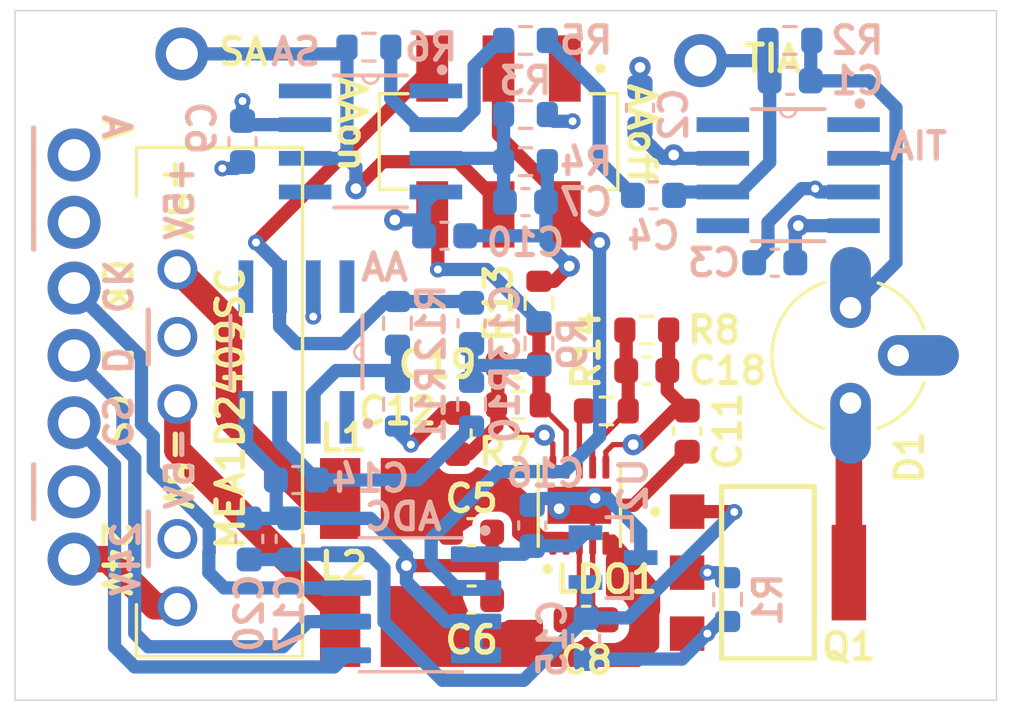
<source format=kicad_pcb>
(kicad_pcb (version 20221018) (generator pcbnew)
  (layers (0 "F.Cu" signal) (1 "In1.Cu" signal) (2 "In2.Cu" signal) (31 "B.Cu" signal) (34 "B.Paste" user) (35 "F.Paste" user) (36 "B.SilkS" user "B.Silkscreen") (37 "F.SilkS" user "F.Silkscreen") (38 "B.Mask" user) (39 "F.Mask" user) (44 "Edge.Cuts" user))
  (net 0 "")
  (net 1 "/pd_out")
  (net 2 "/amp_in")
  (net 3 "/tia_out")
  (net 4 "/amp_ninv")
  (net 5 "GND")
  (net 6 "+5V")
  (net 7 "-5V")
  (net 8 "/+VIN")
  (net 9 "/amp_out")
  (net 10 "/dcdc_pos")
  (net 11 "/dcdc_neg")
  (net 12 "/amp_inv")
  (net 13 "/aa_out")
  (net 14 "Net-(C13-Pad2)")
  (net 15 "/adc_ref")
  (net 16 "/ld_i")
  (net 17 "Net-(Q1-Rext)")
  (net 18 "/aa_in")
  (net 19 "/aa_neg")
  (net 21 "/adc_in")
  (net 22 "/ADC_CS")
  (net 23 "/ADC_MISO")
  (net 24 "/ADC_SCK")
  (net 25 "/aa_pos")
  (net 26 "+9V")
  (net 27 "-9V")
  (net 28 "Net-(LDO1-NR{slash}SS)")
  (net 29 "/ldo_fbn")
  (net 30 "/ldo_fbp")
  (net 31 "Net-(LDO1-BUF)")
  (footprint "Resistor_SMD:R_0603_1608Metric" (layer "F.Cu") (at 150.609 99.085)
    (fp_text reference "R7")
    (fp_text value "32k4" hide)
  )
  (footprint "LaserSlip:HOLE" (layer "F.Cu") (at 133.858 104.902)
    (fp_text reference "J1" hide)
    (fp_text value "Conn_01x01_Socket" hide)
  )
  (footprint "LaserSlip:MEA1D2409SC" (layer "F.Cu") (at 137.752 96.52 90)
    (fp_text reference "U3" hide)
    (fp_text value "MEA1D2409SC" hide)
  )
  (footprint "LaserSlip:HOLE" (layer "F.Cu") (at 133.858 92.202)
    (fp_text reference "J5" hide)
    (fp_text value "Conn_01x01_Socket" hide)
  )
  (footprint "LaserSlip:HOLE" (layer "F.Cu") (at 133.858 102.362)
    (fp_text reference "J2" hide)
    (fp_text value "Conn_01x01_Socket" hide)
  )
  (footprint "IRTouch:HOLE_M2" (layer "F.Cu") (at 166.632 86.22)
    (fp_text reference "REF**" hide)
    (fp_text value "HOLE_M2" hide)
  )
  (footprint "LaserSlip:HOLE" (layer "F.Cu") (at 133.858 94.68)
    (fp_text reference "J6" hide)
    (fp_text value "Conn_01x01_Socket" hide)
  )
  (footprint "LaserSlip:HOLE" (layer "F.Cu") (at 133.858 99.76)
    (fp_text reference "J8" hide)
    (fp_text value "Conn_01x01_Socket" hide)
  )
  (footprint "IRTouch:HOLE_M2" (layer "F.Cu") (at 133.632 108.22)
    (fp_text reference "REF**" hide)
    (fp_text value "HOLE_M2" hide)
  )
  (footprint "LaserSlip:HOLE" (layer "F.Cu") (at 133.858 89.662)
    (fp_text reference "J9" hide)
    (fp_text value "Conn_01x01_Socket" hide)
  )
  (footprint "LaserSlip:TRANS_BCP56-16TX" (layer "F.Cu") (at 160.02 105.41)
    (fp_text reference "Q1")
    (fp_text value "~" hide)
  )
  (footprint "LaserSlip:HOLE" (layer "F.Cu") (at 137.922 85.852)
    (fp_text reference "J4" hide)
    (fp_text value "Conn_01x01_Socket" hide)
  )
  (footprint "Resistor_SMD:R_0603_1608Metric" (layer "F.Cu") (at 153.924 99.314 180)
    (fp_text reference "R14")
    (fp_text value "10k" hide)
  )
  (footprint "LaserSlip:SW_JS202011SCQN" (layer "F.Cu") (at 149.86 89.154 180)
    (fp_text reference "S1" hide)
    (fp_text value "JS202011SCQN" hide)
  )
  (footprint "LaserSlip:8200" (layer "F.Cu") (at 145.034 102.616)
    (fp_text reference "L1")
    (fp_text value "82223C - 22uH" hide)
  )
  (footprint "Capacitor_SMD:C_0603_1608Metric" (layer "F.Cu") (at 148.844 103.886)
    (fp_text reference "C5")
    (fp_text value "2u2" hide)
  )
  (footprint "LaserSlip:SON50P300X300X80-11N" (layer "F.Cu") (at 152.908 102.87 90)
    (fp_text reference "LDO1")
    (fp_text value "TPS7A3901DSCR" hide)
  )
  (footprint "IRTouch:HOLE_M2" (layer "F.Cu") (at 133.632 86.22)
    (fp_text reference "REF**" hide)
    (fp_text value "HOLE_M2" hide)
  )
  (footprint "Resistor_SMD:R_0603_1608Metric" (layer "F.Cu") (at 151.384 95.25 -90)
    (fp_text reference "R13")
    (fp_text value "10k" hide)
  )
  (footprint "LaserSlip:TO18L" (layer "F.Cu") (at 163.132 97.22 -90)
    (fp_text reference "D1")
    (fp_text value "ADL-65075TL" hide)
  )
  (footprint "Capacitor_SMD:C_0603_1608Metric" (layer "F.Cu") (at 148.844 106.426 180)
    (fp_text reference "C6")
    (fp_text value "2u2" hide)
  )
  (footprint "Capacitor_SMD:C_0603_1608Metric" (layer "F.Cu") (at 153.162 107.188)
    (fp_text reference "C8")
    (fp_text value "100n" hide)
  )
  (footprint "Capacitor_SMD:C_0603_1608Metric" (layer "F.Cu") (at 150.609 97.561)
    (fp_text reference "C19")
    (fp_text value "100n" hide)
  )
  (footprint "IRTouch:HOLE_M2" (layer "F.Cu") (at 166.632 108.22)
    (fp_text reference "REF**" hide)
    (fp_text value "HOLE_M2" hide)
  )
  (footprint "Capacitor_SMD:C_0603_1608Metric" (layer "F.Cu") (at 156.972 100.076 -90)
    (fp_text reference "C11")
    (fp_text value "10u" hide)
  )
  (footprint "Resistor_SMD:R_0603_1608Metric" (layer "F.Cu") (at 155.448 96.266 180)
    (fp_text reference "R8")
    (fp_text value "42k2" hide)
  )
  (footprint "LaserSlip:HOLE" (layer "F.Cu") (at 133.858 97.22)
    (fp_text reference "J7" hide)
    (fp_text value "Conn_01x01_Socket" hide)
  )
  (footprint "Capacitor_SMD:C_0603_1608Metric" (layer "F.Cu") (at 148.32 100.165 -90)
    (fp_text reference "C12")
    (fp_text value "10u" hide)
  )
  (footprint "LaserSlip:8200" (layer "F.Cu") (at 145.034 107.442)
    (fp_text reference "L2")
    (fp_text value "82223C - 22uH" hide)
  )
  (footprint "Capacitor_SMD:C_0603_1608Metric" (layer "F.Cu") (at 155.448 97.79)
    (fp_text reference "C18")
    (fp_text value "100n" hide)
  )
  (footprint "LaserSlip:HOLE" (layer "F.Cu") (at 157.48 86.106 90)
    (fp_text reference "J3" hide)
    (fp_text value "Conn_01x01_Socket" hide)
  )
  (footprint "Capacitor_SMD:C_0603_1608Metric" (layer "B.Cu") (at 155.194 87.884 90)
    (fp_text reference "C2")
    (fp_text value "100n" hide)
  )
  (footprint "Resistor_SMD:R_0603_1608Metric" (layer "B.Cu") (at 150.876 85.344 180)
    (fp_text reference "R5")
    (fp_text value "500" hide)
  )
  (footprint "Resistor_SMD:R_0603_1608Metric" (layer "B.Cu") (at 150.876 89.916)
    (fp_text reference "R4")
    (fp_text value "135" hide)
  )
  (footprint "Capacitor_SMD:C_0603_1608Metric" (layer "B.Cu") (at 148.844 96.012 -90)
    (fp_text reference "C13")
    (fp_text value "100n" hide)
  )
  (footprint "Capacitor_SMD:C_0603_1608Metric" (layer "B.Cu") (at 141.986 104.14 90)
    (fp_text reference "C17")
    (fp_text value "10u" hide)
  )
  (footprint "Capacitor_SMD:C_0603_1608Metric" (layer "B.Cu") (at 140.462 104.14 90)
    (fp_text reference "C20")
    (fp_text value "1u" hide)
  )
  (footprint "Resistor_SMD:R_0603_1608Metric" (layer "B.Cu") (at 144.971 85.598 180)
    (fp_text reference "R6")
    (fp_text value "15k" hide)
  )
  (footprint "Capacitor_SMD:C_0603_1608Metric" (layer "B.Cu") (at 160.858 86.868 180)
    (fp_text reference "C1")
    (fp_text value "5p" hide)
  )
  (footprint "Resistor_SMD:R_0603_1608Metric" (layer "B.Cu") (at 160.845 85.344 180)
    (fp_text reference "R2")
    (fp_text value "39k" hide)
  )
  (footprint "LaserSlip:ada4000-SOIC127P600X175-8N" (layer "B.Cu") (at 145.034 89.154 180)
    (fp_text reference "SA1" hide)
    (fp_text value "ADA4000-1" hide)
  )
  (footprint "Resistor_SMD:R_0603_1608Metric" (layer "B.Cu") (at 150.876 88.138 180)
    (fp_text reference "R3")
    (fp_text value "10k" hide)
  )
  (footprint "Capacitor_SMD:C_0603_1608Metric" (layer "B.Cu") (at 155.702 91.186 180)
    (fp_text reference "C4")
    (fp_text value "10u" hide)
  )
  (footprint "Capacitor_SMD:C_0603_1608Metric" (layer "B.Cu") (at 160.274 93.726 180)
    (fp_text reference "C3")
    (fp_text value "100n" hide)
  )
  (footprint "LaserSlip:SOIC127P600X175-8N" (layer "B.Cu") (at 146.558 106.622115 180)
    (fp_text reference "ADC1" hide)
    (fp_text value "MCP3201-BI/SN" hide)
  )
  (footprint "Resistor_SMD:R_0603_1608Metric" (layer "B.Cu") (at 146.05 96.012 90)
    (fp_text reference "R12")
    (fp_text value "56" hide)
  )
  (footprint "Capacitor_SMD:C_0603_1608Metric" (layer "B.Cu") (at 150.876 91.44)
    (fp_text reference "C7")
    (fp_text value "100n" hide)
  )
  (footprint "Capacitor_SMD:C_0603_1608Metric" (layer "B.Cu") (at 140.208 89.154 -90)
    (fp_text reference "C9")
    (fp_text value "100n" hide)
  )
  (footprint "LaserSlip:ada4000-SOIC127P600X175-8N" (layer "B.Cu") (at 142.24 97.091 90)
    (fp_text reference "AA1" hide)
    (fp_text value "ADA4000-1" hide)
  )
  (footprint "Resistor_SMD:R_0603_1608Metric" (layer "B.Cu") (at 151.384 96.774 -90)
    (fp_text reference "R9")
    (fp_text value "56" hide)
  )
  (footprint "Resistor_SMD:R_0603_1608Metric" (layer "B.Cu") (at 146.05 99.06 90)
    (fp_text reference "R11")
    (fp_text value "56" hide)
  )
  (footprint "Capacitor_SMD:C_0603_1608Metric" (layer "B.Cu") (at 151.13 103.632 90)
    (fp_text reference "C16")
    (fp_text value "10u" hide)
  )
  (footprint "LaserSlip:ada4000-SOIC127P600X175-8N" (layer "B.Cu") (at 160.782 90.424 180)
    (fp_text reference "TIA1" hide)
    (fp_text value "ADA4000-1" hide)
  )
  (footprint "Resistor_SMD:R_0603_1608Metric" (layer "B.Cu") (at 158.496 106.426 90)
    (fp_text reference "R1")
    (fp_text value "500" hide)
  )
  (footprint "LaserSlip:SOT96P237X112-3N" (layer "B.Cu") (at 154.178 104.844115 90)
    (fp_text reference "U2")
    (fp_text value "MCP1541T-I_TT" hide)
  )
  (footprint "Resistor_SMD:R_0603_1608Metric" (layer "B.Cu") (at 148.844 99.06 -90)
    (fp_text reference "R10")
    (fp_text value "56" hide)
  )
  (footprint "Capacitor_SMD:C_0603_1608Metric" (layer "B.Cu") (at 142.24 101.917 180)
    (fp_text reference "C14")
    (fp_text value "100n" hide)
  )
  (footprint "Capacitor_SMD:C_0603_1608Metric" (layer "B.Cu") (at 153.162 107.892115 -90)
    (fp_text reference "C15")
    (fp_text value "100nF" hide)
  )
  (footprint "Capacitor_SMD:C_0603_1608Metric" (layer "B.Cu") (at 147.828 92.71)
    (fp_text reference "C10")
    (fp_text value "100n" hide)
  )
  (gr_line (start 136.652 97.536) (end 136.652 95.504) (stroke (width 0.2)) (layer "B.SilkS"))
  (gr_line (start 132.334 103.378) (end 132.334 101.346) (stroke (width 0.2)) (layer "B.SilkS"))
  (gr_line (start 136.652 105.156) (end 136.652 103.124) (stroke (width 0.2)) (layer "B.SilkS"))
  (gr_line (start 132.334 93.218) (end 132.334 88.646) (stroke (width 0.2)) (layer "B.SilkS"))
  (gr_line (start 132.334 101.346) (end 132.334 103.378) (stroke (width 0.2)) (layer "F.SilkS"))
  (gr_line (start 136.652 103.124) (end 136.652 105.156) (stroke (width 0.2)) (layer "F.SilkS"))
  (gr_line (start 136.652 95.504) (end 136.652 97.536) (stroke (width 0.2)) (layer "F.SilkS"))
  (gr_line (start 132.334 88.646) (end 132.334 93.218) (stroke (width 0.2)) (layer "F.SilkS"))
  (gr_line (start 168.632 110.22) (end 168.632 84.22) (stroke (width 0.05)) (layer "Edge.Cuts"))
  (gr_line (start 168.632 84.22) (end 131.632 84.22) (stroke (width 0.05)) (layer "Edge.Cuts"))
  (gr_line (start 131.632 110.22) (end 168.632 110.22) (stroke (width 0.05)) (layer "Edge.Cuts"))
  (gr_line (start 131.632 84.22) (end 131.632 110.22) (stroke (width 0.05)) (layer "Edge.Cuts"))
  (gr_text "AA" (at 146.558 94.488) (layer "B.SilkS") (effects (font (size 1 1) (thickness 0.2) bold) (justify left bottom mirror)))
  (gr_text "ADC" (at 147.828 103.886) (layer "B.SilkS") (effects (font (size 1 1) (thickness 0.2) bold) (justify left bottom mirror)))
  (gr_text "SA" (at 143.256 86.36) (layer "B.SilkS") (effects (font (size 1 1) (thickness 0.2) bold) (justify left bottom mirror)))
  (gr_text "A" (at 134.874 89.154 -90) (layer "B.SilkS") (effects (font (size 1 1) (thickness 0.2) bold) (justify left bottom mirror)))
  (gr_text "+5V" (at 138.43 89.662 -270) (layer "B.SilkS") (effects (font (size 1 1) (thickness 0.2) bold) (justify left bottom mirror)))
  (gr_text "24V" (at 136.398 103.378 90) (layer "B.SilkS") (effects (font (size 1 1) (thickness 0.2) bold) (justify left bottom mirror)))
  (gr_text "D" (at 134.874 98.044 -90) (layer "B.SilkS") (effects (font (size 1 1) (thickness 0.2) bold) (justify left bottom mirror)))
  (gr_text "-5V" (at 138.43 99.822 -270) (layer "B.SilkS") (effects (font (size 1 1) (thickness 0.2) bold) (justify left bottom mirror)))
  (gr_text "CK" (at 134.874 95.758 -90) (layer "B.SilkS") (effects (font (size 1 1) (thickness 0.2) bold) (justify left bottom mirror)))
  (gr_text "TIA" (at 166.878 89.916) (layer "B.SilkS") (effects (font (size 1 1) (thickness 0.2) bold) (justify left bottom mirror)))
  (gr_text "CS" (at 134.874 100.838 -90) (layer "B.SilkS") (effects (font (size 1 1) (thickness 0.2) bold) (justify left bottom mirror)))
  (gr_text "AAoff" (at 154.686 86.868 270) (layer "F.SilkS") (effects (font (size 1 1) (thickness 0.2) bold) (justify left bottom)))
  (gr_text "SA" (at 139.192 86.36) (layer "F.SilkS") (effects (font (size 1 1) (thickness 0.2) bold) (justify left bottom)))
  (gr_text "CS" (at 134.874 98.552 270) (layer "F.SilkS") (effects (font (size 1 1) (thickness 0.2) bold) (justify left bottom)))
  (gr_text "+5V" (at 137.16 89.662 270) (layer "F.SilkS") (effects (font (size 1 1) (thickness 0.2) bold) (justify left bottom)))
  (gr_text "CK" (at 134.874 93.472 270) (layer "F.SilkS") (effects (font (size 1 1) (thickness 0.2) bold) (justify left bottom)))
  (gr_text "D" (at 134.874 96.774 270) (layer "F.SilkS") (effects (font (size 1 1) (thickness 0.2) bold) (justify left bottom)))
  (gr_text "TIA" (at 159.004 86.614) (layer "F.SilkS") (effects (font (size 1 1) (thickness 0.2) bold) (justify left bottom)))
  (gr_text "-5V" (at 137.16 99.822 270) (layer "F.SilkS") (effects (font (size 1 1) (thickness 0.2) bold) (justify left bottom)))
  (gr_text "AAon" (at 143.764 86.614 270) (layer "F.SilkS") (effects (font (size 1 1) (thickness 0.2) bold) (justify left bottom)))
  (gr_text "A" (at 134.874 88.138 270) (layer "F.SilkS") (effects (font (size 1 1) (thickness 0.2) bold) (justify left bottom)))
  (gr_text "24V" (at 134.8486 103.378 -90) (layer "F.SilkS") (effects (font (size 1 1) (thickness 0.2) bold) (justify left bottom)))
  (segment (start 163.132 95.42395) (end 163.16105 95.42395) (width 0.5) (layer "F.Cu") (net 1))
  (segment (start 161.633 85.381) (end 161.67 85.344) (width 0.5) (layer "B.Cu") (net 1))
  (segment (start 163.83 86.868) (end 164.846 87.884) (width 0.5) (layer "B.Cu") (net 1))
  (segment (start 163.2458 89.789) (end 164.719 89.789) (width 0.5) (layer "B.Cu") (net 1))
  (segment (start 161.633 86.868) (end 161.633 85.381) (width 0.5) (layer "B.Cu") (net 1))
  (segment (start 164.846 87.884) (end 164.846 89.916) (width 0.5) (layer "B.Cu") (net 1))
  (segment (start 164.846 93.70995) (end 163.132 95.42395) (width 0.5) (layer "B.Cu") (net 1))
  (segment (start 164.719 89.789) (end 164.846 89.916) (width 0.5) (layer "B.Cu") (net 1))
  (segment (start 164.846 89.916) (end 164.846 93.70995) (width 0.5) (layer "B.Cu") (net 1))
  (segment (start 161.633 86.868) (end 163.83 86.868) (width 0.5) (layer "B.Cu") (net 1))
  (segment (start 153.657 89.916) (end 154.927 91.186) (width 0.5) (layer "B.Cu") (net 2))
  (segment (start 151.701 85.344) (end 153.657 87.3) (width 0.5) (layer "B.Cu") (net 2))
  (segment (start 153.657 87.3) (end 153.657 89.916) (width 0.5) (layer "B.Cu") (net 2))
  (segment (start 160.083 89.9402) (end 158.9642 91.059) (width 0.5) (layer "B.Cu") (net 3))
  (segment (start 156.604 91.059) (end 156.477 91.186) (width 0.5) (layer "B.Cu") (net 3))
  (segment (start 158.9642 91.059) (end 156.604 91.059) (width 0.5) (layer "B.Cu") (net 3))
  (segment (start 160.083 86.868) (end 160.083 89.9402) (width 0.5) (layer "B.Cu") (net 3))
  (segment (start 160.02 86.106) (end 160.02 86.805) (width 0.8) (layer "B.Cu") (net 3))
  (segment (start 160.02 85.344) (end 160.02 86.106) (width 0.8) (layer "B.Cu") (net 3))
  (segment (start 160.02 86.106) (end 157.48 86.106) (width 0.5) (layer "B.Cu") (net 3))
  (segment (start 150.051 89.916) (end 150.051 91.39) (width 0.5) (layer "B.Cu") (net 4))
  (segment (start 150.051 91.39) (end 150.101 91.44) (width 0.5) (layer "B.Cu") (net 4))
  (segment (start 150.051 89.916) (end 150.051 88.138) (width 0.5) (layer "B.Cu") (net 4))
  (segment (start 147.4978 89.789) (end 149.924 89.789) (width 0.5) (layer "B.Cu") (net 4))
  (segment (start 149.924 89.789) (end 150.051 89.916) (width 0.5) (layer "B.Cu") (net 4))
  (segment (start 152.908 102.87) (end 154.953 102.87) (width 0.5) (layer "F.Cu") (net 5))
  (segment (start 153.408 106.659) (end 153.937 107.188) (width 0.2) (layer "F.Cu") (net 5))
  (segment (start 149.619 105.41) (end 149.619 103.886) (width 0.5) (layer "F.Cu") (net 5))
  (segment (start 147.752 99.39) (end 148.32 99.39) (width 0.5) (layer "F.Cu") (net 5))
  (segment (start 149.609693 105.146693) (end 146.386665 105.146693) (width 0.5) (layer "F.Cu") (net 5))
  (segment (start 151.955 94.425) (end 151.384 94.425) (width 0.5) (layer "F.Cu") (net 5))
  (segment (start 146.558 100.584) (end 147.752 99.39) (width 0.5) (layer "F.Cu") (net 5))
  (segment (start 149.619 105.41) (end 149.619 105.156) (width 0.5) (layer "F.Cu") (net 5))
  (segment (start 153.408 103.37) (end 153.408 104.305) (width 0.2) (layer "F.Cu") (net 5))
  (segment (start 149.619 106.426) (end 149.619 105.41) (width 0.5) (layer "F.Cu") (net 5))
  (segment (start 153.408 104.305) (end 153.408 106.659) (width 0.2) (layer "F.Cu") (net 5))
  (segment (start 157.734 107.71) (end 156.97 107.71) (width 0.5) (layer "F.Cu") (net 5))
  (segment (start 152.527 93.853) (end 151.955 94.425) (width 0.5) (layer "F.Cu") (net 5))
  (segment (start 154.953 102.87) (end 156.972 100.851) (width 0.5) (layer "F.Cu") (net 5))
  (segment (start 149.619 105.156) (end 149.609693 105.146693) (width 0.5) (layer "F.Cu") (net 5))
  (via (at 153.5 102.6) (size 0.8) (drill 0.4) (layers "F.Cu" "B.Cu") (net 5))
  (via (at 139.446 90.17) (size 0.6) (drill 0.3) (layers "F.Cu" "B.Cu") (net 5))
  (via (at 157.734 107.71) (size 0.6) (drill 0.3) (layers "F.Cu" "B.Cu") (net 5))
  (via (at 152.527 93.853) (size 0.8) (drill 0.4) (layers "F.Cu" "B.Cu") (net 5))
  (via (at 146.558 100.584) (size 0.6) (drill 0.3) (layers "F.Cu" "B.Cu") (net 5))
  (via (at 161.798 90.932) (size 0.6) (drill 0.3) (layers "F.Cu" "B.Cu") (net 5))
  (via (at 152.146 103) (size 0.8) (drill 0.4) (layers "F.Cu" "B.Cu") (net 5))
  (via (at 146.386665 105.146693) (size 0.8) (drill 0.4) (layers "F.Cu" "B.Cu") (net 5))
  (via (at 155.194 86.36) (size 0.8) (drill 0.4) (layers "F.Cu" "B.Cu") (net 5))
  (segment (start 151.13 102.857) (end 151.371 102.616) (width 0.5) (layer "B.Cu") (net 5))
  (segment (start 145.021 103.365) (end 140.462 103.365) (width 0.5) (layer "B.Cu") (net 5))
  (segment (start 141.478 101.676) (end 141.478 103.365) (width 0.5) (layer "B.Cu") (net 5))
  (segment (start 151.371 102.616) (end 153.981885 102.616) (width 0.5) (layer "B.Cu") (net 5))
  (segment (start 161.925 91.059) (end 163.2458 91.059) (width 0.5) (layer "B.Cu") (net 5))
  (segment (start 151.701 89.916) (end 151.701 91.39) (width 0.5) (layer "B.Cu") (net 5))
  (segment (start 151.651 92.71) (end 151.651 91.44) (width 0.5) (layer "B.Cu") (net 5))
  (segment (start 146.386665 105.146693) (end 146.386665 104.730665) (width 0.5) (layer "B.Cu") (net 5))
  (segment (start 153.981885 102.616) (end 155.2194 103.853515) (width 0.5) (layer "B.Cu") (net 5))
  (segment (start 158.496 107.251) (end 158.193 107.251) (width 0.5) (layer "B.Cu") (net 5))
  (segment (start 146.05 100.076) (end 146.558 100.584) (width 0.5) (layer "B.Cu") (net 5))
  (segment (start 140.335 100.533) (end 141.478 101.676) (width 0.5) (layer "B.Cu") (net 5))
  (segment (start 139.446 90.17) (end 139.967 90.17) (width 0.5) (layer "B.Cu") (net 5))
  (segment (start 161.29 90.932) (end 160.02 92.202) (width 0.5) (layer "B.Cu") (net 5))
  (segment (start 146.05 99.885) (end 146.05 100.076) (width 0.5) (layer "B.Cu") (net 5))
  (segment (start 151.701 91.39) (end 151.651 91.44) (width 0.5) (layer "B.Cu") (net 5))
  (segment (start 155.194 86.36) (end 155.194 87.363) (width 0.5) (layer "B.Cu") (net 5))
  (segment (start 152.527 93.853) (end 151.651 92.977) (width 0.5) (layer "B.Cu") (net 5))
  (segment (start 154.686 108.667115) (end 153.162 108.667115) (width 0.5) (layer "B.Cu") (net 5))
  (segment (start 160.02 92.202) (end 160.02 93.205) (width 0.5) (layer "B.Cu") (net 5))
  (segment (start 156.776885 108.667115) (end 157.734 107.71) (width 0.5) (layer "B.Cu") (net 5))
  (segment (start 146.386665 105.146693) (end 146.386665 105.746665) (width 0.5) (layer "B.Cu") (net 5))
  (segment (start 160.02 93.205) (end 159.499 93.726) (width 0.5) (layer "B.Cu") (net 5))
  (segment (start 155.2194 103.853515) (end 155.2194 104.844115) (width 0.5) (layer "B.Cu") (net 5))
  (segment (start 149.013 107.257115) (end 149.013 108.527115) (width 0.5) (layer "B.Cu") (net 5))
  (segment (start 154.686 108.667115) (end 156.776885 108.667115) (width 0.5) (layer "B.Cu") (net 5))
  (segment (start 146.386665 104.730665) (end 145.021 103.365) (width 0.5) (layer "B.Cu") (net 5))
  (segment (start 140.335 99.5548) (end 140.335 100.533) (width 0.5) (layer "B.Cu") (net 5))
  (segment (start 161.798 90.932) (end 161.29 90.932) (width 0.5) (layer "B.Cu") (net 5))
  (segment (start 161.798 90.932) (end 161.925 91.059) (width 0.5) (layer "B.Cu") (net 5))
  (segment (start 158.193 107.251) (end 157.734 107.71) (width 0.5) (layer "B.Cu") (net 5))
  (segment (start 139.967 90.17) (end 140.208 89.929) (width 0.5) (layer "B.Cu") (net 5))
  (segment (start 151.651 92.977) (end 151.651 91.44) (width 0.5) (layer "B.Cu") (net 5))
  (segment (start 147.897115 107.257115) (end 149.013 107.257115) (width 0.5) (layer "B.Cu") (net 5))
  (segment (start 146.386665 105.746665) (end 147.897115 107.257115) (width 0.5) (layer "B.Cu") (net 5))
  (segment (start 148.603 92.71) (end 151.651 92.71) (width 0.5) (layer "B.Cu") (net 5))
  (segment (start 149.797 99.885) (end 149.797 99.314) (width 0.5) (layer "F.Cu") (net 6))
  (segment (start 151.908 100.548951) (end 151.908 101.435) (width 0.2) (layer "F.Cu") (net 6))
  (segment (start 149.797 99.324) (end 149.797 99.314) (width 0.2) (layer "F.Cu") (net 6))
  (segment (start 149.847 99.264) (end 149.797 99.314) (width 0.5) (layer "F.Cu") (net 6))
  (segment (start 148.32 100.94) (end 148.742 100.94) (width 0.5) (layer "F.Cu") (net 6))
  (segment (start 151.586002 100.226953) (end 151.908 100.548951) (width 0.2) (layer "F.Cu") (net 6))
  (segment (start 151.586002 100.226953) (end 150.709953 100.226953) (width 0.2) (layer "F.Cu") (net 6))
  (segment (start 164.59905 97.549) (end 164.92805 97.22) (width 0.5) (layer "F.Cu") (net 6))
  (segment (start 149.834 97.561) (end 149.834 99.035) (width 0.5) (layer "F.Cu") (net 6))
  (segment (start 150.709953 100.226953) (end 149.797 99.314) (width 0.2) (layer "F.Cu") (net 6))
  (segment (start 158.75 103.124) (end 158.736 103.11) (width 0.5) (layer "F.Cu") (net 6))
  (segment (start 148.742 100.94) (end 149.797 99.885) (width 0.5) (layer "F.Cu") (net 6))
  (segment (start 158.736 103.11) (end 156.97 103.11) (width 0.5) (layer "F.Cu") (net 6))
  (via (at 156.464 89.662) (size 0.8) (drill 0.4) (layers "F.Cu" "B.Cu") (net 6))
  (via (at 142.875 95.758) (size 0.6) (drill 0.3) (layers "F.Cu" "B.Cu") (net 6))
  (via (at 140.208 87.63) (size 0.6) (drill 0.3) (layers "F.Cu" "B.Cu") (net 6))
  (via (at 151.586002 100.226953) (size 0.8) (drill 0.4) (layers "F.Cu" "B.Cu") (net 6))
  (via (at 158.75 103.124) (size 0.6) (drill 0.3) (layers "F.Cu" "B.Cu") (net 6))
  (via (at 152.654 88.392) (size 0.6) (drill 0.3) (layers "F.Cu" "B.Cu") (net 6))
  (segment (start 147.743654 109.47) (end 145.542 107.268346) (width 0.5) (layer "B.Cu") (net 6))
  (segment (start 151.955 88.392) (end 152.654 88.392) (width 0.5) (layer "B.Cu") (net 6))
  (segment (start 145.542 105.241787) (end 145.017328 104.717115) (width 0.5) (layer "B.Cu") (net 6))
  (segment (start 151.701 88.138) (end 151.955 88.392) (width 0.5) (layer "B.Cu") (net 6))
  (segment (start 153.162 107.117115) (end 153.162 105.809315) (width 0.5) (layer "B.Cu") (net 6))
  (segment (start 154.756885 107.117115) (end 158.75 103.124) (width 0.5) (layer "B.Cu") (net 6))
  (segment (start 145.542 107.268346) (end 145.542 105.241787) (width 0.5) (layer "B.Cu") (net 6))
  (segment (start 150.809115 109.47) (end 147.743654 109.47) (width 0.5) (layer "B.Cu") (net 6))
  (segment (start 142.5702 88.519) (end 140.348 88.519) (width 0.5) (layer "B.Cu") (net 6))
  (segment (start 156.07 89.789) (end 155.194 88.913) (width 0.5) (layer "B.Cu") (net 6))
  (segment (start 141.986 104.915) (end 142.183885 104.717115) (width 0.5) (layer "B.Cu") (net 6))
  (segment (start 153.162 107.117115) (end 150.809115 109.47) (width 0.5) (layer "B.Cu") (net 6))
  (segment (start 140.348 88.519) (end 140.208 88.379) (width 0.5) (layer "B.Cu") (net 6))
  (segment (start 142.875 95.758) (end 142.875 94.6272) (width 0.5) (layer "B.Cu") (net 6))
  (segment (start 154.686 107.117115) (end 153.162 107.117115) (width 0.5) (layer "B.Cu") (net 6))
  (segment (start 142.183885 104.717115) (end 144.103 104.717115) (width 0.5) (layer "B.Cu") (net 6))
  (segment (start 145.017328 104.717115) (end 144.103 104.717115) (width 0.5) (layer "B.Cu") (net 6))
  (segment (start 141.986 104.915) (end 140.462 104.915) (width 0.5) (layer "B.Cu") (net 6))
  (segment (start 158.3182 89.789) (end 156.07 89.789) (width 0.5) (layer "B.Cu") (net 6))
  (segment (start 140.208 88.379) (end 140.208 87.63) (width 0.5) (layer "B.Cu") (net 6))
  (segment (start 154.686 107.117115) (end 154.756885 107.117115) (width 0.5) (layer "B.Cu") (net 6))
  (segment (start 153.908 101.435) (end 153.908 100.854) (width 0.2) (layer "F.Cu") (net 7))
  (segment (start 156.273 97.74) (end 156.223 97.79) (width 0.5) (layer "F.Cu") (net 7))
  (segment (start 156.223 98.552) (end 156.972 99.301) (width 0.5) (layer "F.Cu") (net 7))
  (segment (start 155.194 100.584) (end 154.94 100.584) (width 0.5) (layer "F.Cu") (net 7))
  (segment (start 156.972 99.301) (end 156.477 99.301) (width 0.5) (layer "F.Cu") (net 7))
  (segment (start 156.223 97.79) (end 156.223 98.552) (width 0.5) (layer "F.Cu") (net 7))
  (segment (start 154.178 100.584) (end 154.94 100.584) (width 0.2) (layer "F.Cu") (net 7))
  (segment (start 153.908 100.854) (end 154.178 100.584) (width 0.2) (layer "F.Cu") (net 7))
  (segment (start 156.273 96.266) (end 156.273 97.74) (width 0.5) (layer "F.Cu") (net 7))
  (segment (start 156.477 99.301) (end 155.194 100.584) (width 0.5) (layer "F.Cu") (net 7))
  (via (at 154.94 100.584) (size 0.8) (drill 0.4) (layers "F.Cu" "B.Cu") (net 7))
  (via (at 145.948459 92.113459) (size 0.8) (drill 0.4) (layers "F.Cu" "B.Cu") (net 7))
  (via (at 161.163 92.329) (size 0.8) (drill 0.4) (layers "F.Cu" "B.Cu") (net 7))
  (segment (start 161.163 92.329) (end 162.9918 92.329) (width 0.5) (layer "B.Cu") (net 7))
  (segment (start 147.066 91.4908) (end 147.066 92.697) (width 0.5) (layer "B.Cu") (net 7))
  (segment (start 146.977459 92.113459) (end 145.948459 92.113459) (width 0.5) (layer "B.Cu") (net 7))
  (segment (start 147.066 92.697) (end 147.053 92.71) (width 0.5) (layer "B.Cu") (net 7))
  (segment (start 161.163 92.329) (end 161.049 92.443) (width 0.5) (layer "B.Cu") (net 7))
  (segment (start 147.066 92.202) (end 146.977459 92.113459) (width 0.5) (layer "B.Cu") (net 7))
  (segment (start 147.066 92.697) (end 147.066 92.202) (width 0.5) (layer "B.Cu") (net 7))
  (segment (start 161.049 92.443) (end 161.049 93.726) (width 0.5) (layer "B.Cu") (net 7))
  (segment (start 147.4978 91.059) (end 147.066 91.4908) (width 0.5) (layer "B.Cu") (net 7))
  (segment (start 133.858 104.902) (end 135.128 104.902) (width 1) (layer "F.Cu") (net 8))
  (segment (start 135.128 104.902) (end 136.906 106.68) (width 1) (layer "F.Cu") (net 8))
  (segment (start 136.906 106.68) (end 137.752 106.68) (width 1) (layer "F.Cu") (net 8))
  (segment (start 145.499759 89.916) (end 148.336 89.916) (width 0.5) (layer "F.Cu") (net 9))
  (segment (start 144.483759 90.932) (end 145.499759 89.916) (width 0.5) (layer "F.Cu") (net 9))
  (segment (start 149.86 91.44) (end 149.86 91.904) (width 0.5) (layer "F.Cu") (net 9))
  (segment (start 148.336 89.916) (end 149.86 91.44) (width 0.5) (layer "F.Cu") (net 9))
  (via (at 144.483759 90.932) (size 0.8) (drill 0.4) (layers "F.Cu" "B.Cu") (net 9))
  (segment (start 142.5702 89.789) (end 144.145 89.789) (width 0.5) (layer "B.Cu") (net 9))
  (segment (start 144.146 85.598) (end 143.892 85.852) (width 0.5) (layer "B.Cu") (net 9))
  (segment (start 144.145 89.789) (end 144.146 89.788) (width 0.5) (layer "B.Cu") (net 9))
  (segment (start 143.892 85.852) (end 137.922 85.852) (width 0.5) (layer "B.Cu") (net 9))
  (segment (start 144.483759 90.932) (end 144.483759 90.127759) (width 0.5) (layer "B.Cu") (net 9))
  (segment (start 144.483759 90.127759) (end 144.145 89.789) (width 0.5) (layer "B.Cu") (net 9))
  (segment (start 144.146 89.788) (end 144.146 85.598) (width 0.5) (layer "B.Cu") (net 9))
  (segment (start 139.7 99.568) (end 139.7 95.928) (width 1) (layer "F.Cu") (net 10))
  (segment (start 142.748 102.616) (end 139.7 99.568) (width 1) (layer "F.Cu") (net 10))
  (segment (start 139.7 95.928) (end 137.752 93.98) (width 1) (layer "F.Cu") (net 10))
  (segment (start 143.889 102.616) (end 142.748 102.616) (width 1) (layer "F.Cu") (net 10))
  (segment (start 137.752 100.797) (end 143.889 106.934) (width 1) (layer "F.Cu") (net 11))
  (segment (start 143.889 106.934) (end 143.889 107.442) (width 1) (layer "F.Cu") (net 11))
  (segment (start 137.752 99.06) (end 137.752 100.797) (width 1) (layer "F.Cu") (net 11))
  (segment (start 146.7866 88.519) (end 147.4978 88.519) (width 0.5) (layer "B.Cu") (net 12))
  (segment (start 145.796 87.5284) (end 146.7866 88.519) (width 0.5) (layer "B.Cu") (net 12))
  (segment (start 149.9072 85.344) (end 150.051 85.344) (width 0.5) (layer "B.Cu") (net 12))
  (segment (start 148.3978 88.519) (end 148.9384 87.9784) (width 0.5) (layer "B.Cu") (net 12))
  (segment (start 148.9384 86.3128) (end 149.9072 85.344) (width 0.5) (layer "B.Cu") (net 12))
  (segment (start 145.796 85.598) (end 145.796 87.5284) (width 0.5) (layer "B.Cu") (net 12))
  (segment (start 147.4978 88.519) (end 148.3978 88.519) (width 0.5) (layer "B.Cu") (net 12))
  (segment (start 148.9384 87.9784) (end 148.9384 86.3128) (width 0.5) (layer "B.Cu") (net 12))
  (segment (start 140.716 92.964) (end 147.276 86.404) (width 0.5) (layer "F.Cu") (net 13))
  (segment (start 147.276 86.404) (end 147.36 86.404) (width 0.5) (layer "F.Cu") (net 13))
  (via (at 140.716 92.964) (size 0.6) (drill 0.3) (layers "F.Cu" "B.Cu") (net 13))
  (segment (start 145.605 95.187) (end 146.05 95.187) (width 0.5) (layer "B.Cu") (net 13))
  (segment (start 142.24 96.774) (end 144.018 96.774) (width 0.5) (layer "B.Cu") (net 13))
  (segment (start 140.716 92.964) (end 141.605 93.853) (width 0.5) (layer "B.Cu") (net 13))
  (segment (start 141.605 94.6272) (end 141.605 96.139) (width 0.5) (layer "B.Cu") (net 13))
  (segment (start 144.018 96.774) (end 145.605 95.187) (width 0.5) (layer "B.Cu") (net 13))
  (segment (start 148.794 95.187) (end 148.844 95.237) (width 0.5) (layer "B.Cu") (net 13))
  (segment (start 146.05 95.187) (end 148.794 95.187) (width 0.5) (layer "B.Cu") (net 13))
  (segment (start 141.605 93.853) (end 141.605 94.6272) (width 0.5) (layer "B.Cu") (net 13))
  (segment (start 141.605 96.139) (end 142.24 96.774) (width 0.5) (layer "B.Cu") (net 13))
  (segment (start 148.844 97.536) (end 148.844 98.235) (width 0.5) (layer "B.Cu") (net 14))
  (segment (start 151.384 97.599) (end 148.907 97.599) (width 0.5) (layer "B.Cu") (net 14))
  (segment (start 148.907 97.599) (end 148.844 97.536) (width 0.5) (layer "B.Cu") (net 14))
  (segment (start 148.844 96.787) (end 148.844 97.536) (width 0.5) (layer "B.Cu") (net 14))
  (segment (start 149.013 104.717115) (end 150.819885 104.717115) (width 0.5) (layer "B.Cu") (net 15))
  (segment (start 150.819885 104.717115) (end 151.13 104.407) (width 0.5) (layer "B.Cu") (net 15))
  (segment (start 152.646915 104.394) (end 151.143 104.394) (width 0.5) (layer "B.Cu") (net 15))
  (segment (start 153.1366 103.904315) (end 152.646915 104.394) (width 0.5) (layer "B.Cu") (net 15))
  (segment (start 151.143 104.394) (end 151.13 104.407) (width 0.5) (layer "B.Cu") (net 15))
  (segment (start 163.07 99.07805) (end 163.132 99.01605) (width 1) (layer "F.Cu") (net 16))
  (segment (start 163.07 105.41) (end 163.07 99.07805) (width 1) (layer "F.Cu") (net 16))
  (segment (start 157.734 105.41) (end 156.97 105.41) (width 0.5) (layer "F.Cu") (net 17))
  (via (at 157.734 105.41) (size 0.6) (drill 0.3) (layers "F.Cu" "B.Cu") (net 17))
  (segment (start 158.305 105.41) (end 158.496 105.601) (width 0.5) (layer "B.Cu") (net 17))
  (segment (start 157.734 105.41) (end 158.305 105.41) (width 0.5) (layer "B.Cu") (net 17))
  (segment (start 147.574 92.118) (end 147.36 91.904) (width 0.5) (layer "F.Cu") (net 18))
  (segment (start 147.574 93.98) (end 147.574 92.118) (width 0.5) (layer "F.Cu") (net 18))
  (segment (start 147.36 92.416) (end 147.36 91.904) (width 0.5) (layer "F.Cu") (net 18))
  (via (at 147.574 93.98) (size 0.6) (drill 0.3) (layers "F.Cu" "B.Cu") (net 18))
  (segment (start 149.415 93.98) (end 147.574 93.98) (width 0.5) (layer "B.Cu") (net 18))
  (segment (start 151.384 95.949) (end 149.415 93.98) (width 0.5) (layer "B.Cu") (net 18))
  (segment (start 142.875 99.5548) (end 142.875 98.6548) (width 0.5) (layer "B.Cu") (net 19))
  (segment (start 146.05 98.235) (end 146.05 96.837) (width 0.5) (layer "B.Cu") (net 19))
  (segment (start 143.7398 97.79) (end 146.05 97.79) (width 0.5) (layer "B.Cu") (net 19))
  (segment (start 142.875 98.6548) (end 143.7398 97.79) (width 0.5) (layer "B.Cu") (net 19))
  (segment (start 149.86 86.404) (end 149.86 88.9) (width 0.5) (layer "F.Cu") (net 21))
  (segment (start 153.67 92.964) (end 153.42 92.964) (width 0.5) (layer "F.Cu") (net 21))
  (segment (start 153.42 92.964) (end 152.36 91.904) (width 0.5) (layer "F.Cu") (net 21))
  (segment (start 152.36 91.4) (end 152.36 91.904) (width 0.5) (layer "F.Cu") (net 21))
  (segment (start 149.86 88.9) (end 152.36 91.4) (width 0.5) (layer "F.Cu") (net 21))
  (via (at 153.67 92.964) (size 0.8) (drill 0.4) (layers "F.Cu" "B.Cu") (net 21))
  (segment (start 147.32 105.029) (end 148.278115 105.987115) (width 0.5) (layer "B.Cu") (net 21))
  (segment (start 153.67 100.273918) (end 152.343918 101.6) (width 0.5) (layer "B.Cu") (net 21))
  (segment (start 152.343918 101.6) (end 149.86 101.6) (width 0.5) (layer "B.Cu") (net 21))
  (segment (start 153.67 92.964) (end 153.67 100.273918) (width 0.5) (layer "B.Cu") (net 21))
  (segment (start 148.278115 105.987115) (end 149.013 105.987115) (width 0.5) (layer "B.Cu") (net 21))
  (segment (start 149.86 101.6) (end 147.32 104.14) (width 0.5) (layer "B.Cu") (net 21))
  (segment (start 147.32 104.14) (end 147.32 105.029) (width 0.5) (layer "B.Cu") (net 21))
  (segment (start 135.382 101.346) (end 133.858 99.822) (width 0.5) (layer "B.Cu") (net 22))
  (segment (start 135.382 108.204) (end 135.382 101.346) (width 0.5) (layer "B.Cu") (net 22))
  (segment (start 144.103 108.527115) (end 143.664115 108.966) (width 0.5) (layer "B.Cu") (net 22))
  (segment (start 143.664115 108.966) (end 136.144 108.966) (width 0.5) (layer "B.Cu") (net 22))
  (segment (start 136.144 108.966) (end 135.382 108.204) (width 0.5) (layer "B.Cu") (net 22))
  (segment (start 136.144 101.092) (end 135.698 100.646) (width 0.5) (layer "B.Cu") (net 23))
  (segment (start 136.652 108.204) (end 136.144 107.696) (width 0.5) (layer "B.Cu") (net 23))
  (segment (start 135.698 99.122) (end 133.858 97.282) (width 0.5) (layer "B.Cu") (net 23))
  (segment (start 135.698 100.646) (end 135.698 99.122) (width 0.5) (layer "B.Cu") (net 23))
  (segment (start 144.103 107.257115) (end 142.678885 107.257115) (width 0.5) (layer "B.Cu") (net 23))
  (segment (start 142.678885 107.257115) (end 141.732 108.204) (width 0.5) (layer "B.Cu") (net 23))
  (segment (start 136.144 107.696) (end 136.144 101.092) (width 0.5) (layer "B.Cu") (net 23))
  (segment (start 141.732 108.204) (end 136.652 108.204) (width 0.5) (layer "B.Cu") (net 23))
  (segment (start 136.398 99.822) (end 136.398 97.282) (width 0.5) (layer "B.Cu") (net 24))
  (segment (start 138.952 103.642943) (end 138.249057 102.94) (width 0.5) (layer "B.Cu") (net 24))
  (segment (start 138.246 102.94) (end 136.844 101.538) (width 0.5) (layer "B.Cu") (net 24))
  (segment (start 138.249057 102.94) (end 138.246 102.94) (width 0.5) (layer "B.Cu") (net 24))
  (segment (start 136.398 97.282) (end 133.858 94.742) (width 0.5) (layer "B.Cu") (net 24))
  (segment (start 138.938 104.651057) (end 138.952 104.637057) (width 0.5) (layer "B.Cu") (net 24))
  (segment (start 138.938 105.41) (end 138.938 104.651057) (width 0.5) (layer "B.Cu") (net 24))
  (segment (start 144.103 105.987115) (end 139.515115 105.987115) (width 0.5) (layer "B.Cu") (net 24))
  (segment (start 139.515115 105.987115) (end 138.938 105.41) (width 0.5) (layer "B.Cu") (net 24))
  (segment (start 136.844 100.268) (end 136.398 99.822) (width 0.5) (layer "B.Cu") (net 24))
  (segment (start 138.952 104.637057) (end 138.952 103.642943) (width 0.5) (layer "B.Cu") (net 24))
  (segment (start 136.844 101.538) (end 136.844 100.268) (width 0.5) (layer "B.Cu") (net 24))
  (segment (start 146.812 101.917) (end 143.015 101.917) (width 0.5) (layer "B.Cu") (net 25))
  (segment (start 141.605 100.507) (end 143.015 101.917) (width 0.5) (layer "B.Cu") (net 25))
  (segment (start 141.605 99.5548) (end 141.605 100.507) (width 0.5) (layer "B.Cu") (net 25))
  (segment (start 148.844 99.885) (end 146.812 101.917) (width 0.5) (layer "B.Cu") (net 25))
  (segment (start 146.304 103.249) (end 146.179 103.124) (width 0.5) (layer "F.Cu") (net 26))
  (segment (start 146.068 103.013) (end 146.179 103.124) (width 0.5) (layer "F.Cu") (net 26))
  (segment (start 146.304 103.249) (end 146.304 103.886) (width 0.5) (layer "F.Cu") (net 26))
  (segment (start 152.908 106.667) (end 152.387 107.188) (width 0.2) (layer "F.Cu") (net 28))
  (segment (start 152.908 104.305) (end 152.908 106.667) (width 0.2) (layer "F.Cu") (net 28))
  (segment (start 154.749 99.314) (end 154.749 97.866) (width 0.5) (layer "F.Cu") (net 29))
  (segment (start 154.673 96.316) (end 154.623 96.266) (width 0.5) (layer "F.Cu") (net 29))
  (segment (start 153.408 100.655) (end 154.749 99.314) (width 0.2) (layer "F.Cu") (net 29))
  (segment (start 154.673 97.79) (end 154.673 96.316) (width 0.5) (layer "F.Cu") (net 29))
  (segment (start 153.408 101.435) (end 153.408 100.655) (width 0.2) (layer "F.Cu") (net 29))
  (segment (start 154.749 97.866) (end 154.673 97.79) (width 0.5) (layer "F.Cu") (net 29))
  (segment (start 152.408 100.059) (end 151.447 99.098) (width 0.2) (layer "F.Cu") (net 30))
  (segment (start 152.408 101.435) (end 152.408 100.059) (width 0.2) (layer "F.Cu") (net 30))
  (segment (start 151.397 99.264) (end 151.447 99.314) (width 0.5) (layer "F.Cu") (net 30))
  (segment (start 151.384 97.561) (end 151.384 96.075) (width 0.5) (layer "F.Cu") (net 30))
  (segment (start 151.384 97.561) (end 151.384 99.035) (width 0.5) (layer "F.Cu") (net 30))
  (segment (start 152.908 101.435) (end 152.908 99.505) (width 0.2) (layer "F.Cu") (net 31))
  (segment (start 152.908 99.505) (end 153.099 99.314) (width 0.2) (layer "F.Cu") (net 31))
  (zone (net 27) (net_name "-9V") (layer "F.Cu") (priority 6) (connect_pads yes (clearance 0.4)) (min_thickness 0.25) (fill yes (thermal_gap 0.5) (thermal_bridge_width 0.5))
    (polygon (pts (xy 145.542 108.966) (xy 155.194 108.966) (xy 155.956 108.204) (xy 155.956 105.918) (xy 154.178 103.886) (xy 153.797 103.886) (xy 153.797 107.188) (xy 148.844 107.188) (xy 148.336 105.918) (xy 145.542 105.918)))
  )
  (zone (net 26) (net_name "+9V") (layer "F.Cu") (priority 7) (connect_pads yes (clearance 0.3)) (min_thickness 0.25) (fill yes (thermal_gap 0.5) (thermal_bridge_width 0.5) (smoothing fillet) (radius 3))
    (polygon (pts (xy 145.542 104.14) (xy 145.542 101.092) (xy 148.082 101.092) (xy 150.368 101.854) (xy 152.527 104.013) (xy 152.527 104.648) (xy 151.13 104.648) (xy 149.86 103.632) (xy 148.844 103.632) (xy 148.082 104.14)))
  )
)
</source>
